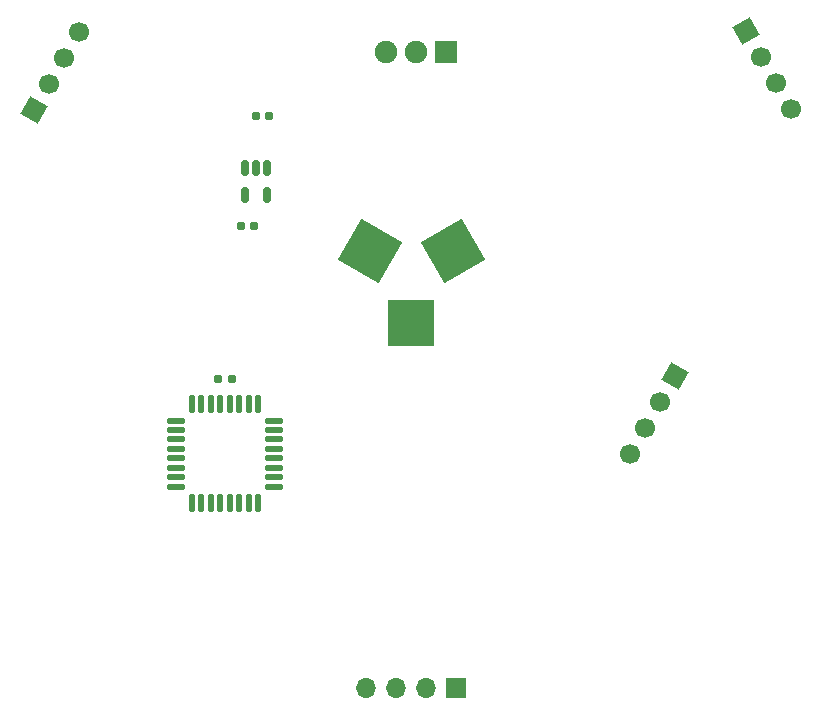
<source format=gbr>
G04 #@! TF.GenerationSoftware,KiCad,Pcbnew,(7.0.0)*
G04 #@! TF.CreationDate,2023-03-16T17:16:22-05:00*
G04 #@! TF.ProjectId,JJL_PCB,4a4a4c5f-5043-4422-9e6b-696361645f70,rev?*
G04 #@! TF.SameCoordinates,Original*
G04 #@! TF.FileFunction,Soldermask,Top*
G04 #@! TF.FilePolarity,Negative*
%FSLAX46Y46*%
G04 Gerber Fmt 4.6, Leading zero omitted, Abs format (unit mm)*
G04 Created by KiCad (PCBNEW (7.0.0)) date 2023-03-16 17:16:22*
%MOMM*%
%LPD*%
G01*
G04 APERTURE LIST*
G04 Aperture macros list*
%AMRoundRect*
0 Rectangle with rounded corners*
0 $1 Rounding radius*
0 $2 $3 $4 $5 $6 $7 $8 $9 X,Y pos of 4 corners*
0 Add a 4 corners polygon primitive as box body*
4,1,4,$2,$3,$4,$5,$6,$7,$8,$9,$2,$3,0*
0 Add four circle primitives for the rounded corners*
1,1,$1+$1,$2,$3*
1,1,$1+$1,$4,$5*
1,1,$1+$1,$6,$7*
1,1,$1+$1,$8,$9*
0 Add four rect primitives between the rounded corners*
20,1,$1+$1,$2,$3,$4,$5,0*
20,1,$1+$1,$4,$5,$6,$7,0*
20,1,$1+$1,$6,$7,$8,$9,0*
20,1,$1+$1,$8,$9,$2,$3,0*%
%AMHorizOval*
0 Thick line with rounded ends*
0 $1 width*
0 $2 $3 position (X,Y) of the first rounded end (center of the circle)*
0 $4 $5 position (X,Y) of the second rounded end (center of the circle)*
0 Add line between two ends*
20,1,$1,$2,$3,$4,$5,0*
0 Add two circle primitives to create the rounded ends*
1,1,$1,$2,$3*
1,1,$1,$4,$5*%
%AMRotRect*
0 Rectangle, with rotation*
0 The origin of the aperture is its center*
0 $1 length*
0 $2 width*
0 $3 Rotation angle, in degrees counterclockwise*
0 Add horizontal line*
21,1,$1,$2,0,0,$3*%
G04 Aperture macros list end*
%ADD10RotRect,1.700000X1.700000X30.000000*%
%ADD11HorizOval,1.700000X0.000000X0.000000X0.000000X0.000000X0*%
%ADD12RotRect,1.700000X1.700000X150.000000*%
%ADD13HorizOval,1.700000X0.000000X0.000000X0.000000X0.000000X0*%
%ADD14R,1.700000X1.700000*%
%ADD15O,1.700000X1.700000*%
%ADD16RotRect,4.000000X4.000000X300.000000*%
%ADD17R,4.000000X4.000000*%
%ADD18RoundRect,0.150000X-0.150000X0.512500X-0.150000X-0.512500X0.150000X-0.512500X0.150000X0.512500X0*%
%ADD19R,1.910000X1.910000*%
%ADD20C,1.910000*%
%ADD21RoundRect,0.155000X0.212500X0.155000X-0.212500X0.155000X-0.212500X-0.155000X0.212500X-0.155000X0*%
%ADD22RoundRect,0.125000X-0.125000X0.625000X-0.125000X-0.625000X0.125000X-0.625000X0.125000X0.625000X0*%
%ADD23RoundRect,0.125000X-0.625000X0.125000X-0.625000X-0.125000X0.625000X-0.125000X0.625000X0.125000X0*%
%ADD24RotRect,4.000000X4.000000X60.000000*%
%ADD25RotRect,1.700000X1.700000X330.000000*%
%ADD26HorizOval,1.700000X0.000000X0.000000X0.000000X0.000000X0*%
G04 APERTURE END LIST*
D10*
X232709999Y-143649103D03*
D11*
X233979999Y-145848808D03*
X235249999Y-148048512D03*
X236519999Y-150248217D03*
D12*
X172439999Y-150260896D03*
D13*
X173709999Y-148061191D03*
X174979999Y-145861487D03*
X176249999Y-143661782D03*
D14*
X208209999Y-199229999D03*
D15*
X205669999Y-199229999D03*
X203129999Y-199229999D03*
X200589999Y-199229999D03*
D16*
X207919999Y-162229999D03*
D17*
X204419999Y-168329999D03*
D18*
X192220000Y-155182500D03*
X191270000Y-155182500D03*
X190320000Y-155182500D03*
X190320000Y-157457500D03*
X192220000Y-157457500D03*
D19*
X207339999Y-145349999D03*
D20*
X204790000Y-145350000D03*
X202240000Y-145350000D03*
D21*
X189217500Y-173040000D03*
X188082500Y-173040000D03*
D22*
X191440000Y-175215000D03*
X190640000Y-175215000D03*
X189840000Y-175215000D03*
X189040000Y-175215000D03*
X188240000Y-175215000D03*
X187440000Y-175215000D03*
X186640000Y-175215000D03*
X185840000Y-175215000D03*
D23*
X184465000Y-176590000D03*
X184465000Y-177390000D03*
X184465000Y-178190000D03*
X184465000Y-178990000D03*
X184465000Y-179790000D03*
X184465000Y-180590000D03*
X184465000Y-181390000D03*
X184465000Y-182190000D03*
D22*
X185840000Y-183565000D03*
X186640000Y-183565000D03*
X187440000Y-183565000D03*
X188240000Y-183565000D03*
X189040000Y-183565000D03*
X189840000Y-183565000D03*
X190640000Y-183565000D03*
X191440000Y-183565000D03*
D23*
X192815000Y-182190000D03*
X192815000Y-181390000D03*
X192815000Y-180590000D03*
X192815000Y-179790000D03*
X192815000Y-178990000D03*
X192815000Y-178190000D03*
X192815000Y-177390000D03*
X192815000Y-176590000D03*
D24*
X200919999Y-162229999D03*
D25*
X226719999Y-172860294D03*
D26*
X225449999Y-175059999D03*
X224179999Y-177259703D03*
X222909999Y-179459408D03*
D21*
X192387500Y-150840000D03*
X191252500Y-150840000D03*
X191127500Y-160080000D03*
X189992500Y-160080000D03*
M02*

</source>
